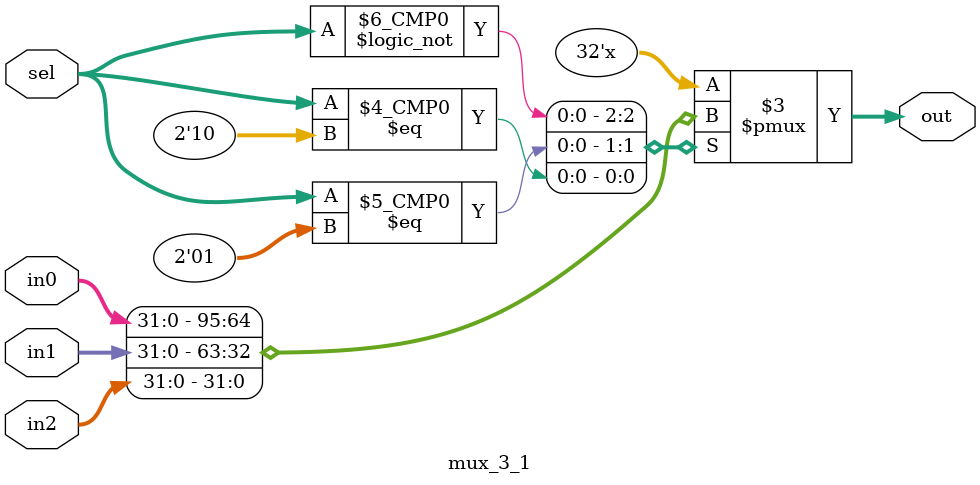
<source format=v>
module mux_3_1 (
	input [31:0] in0, in1, in2,
	input [1:0] sel,
	output reg [31:0] out
);

	always @(*) begin
		case (sel)
			2'b00: out = in0;
			2'b01: out = in1;
			2'b10: out = in2;
		endcase
	end
endmodule

</source>
